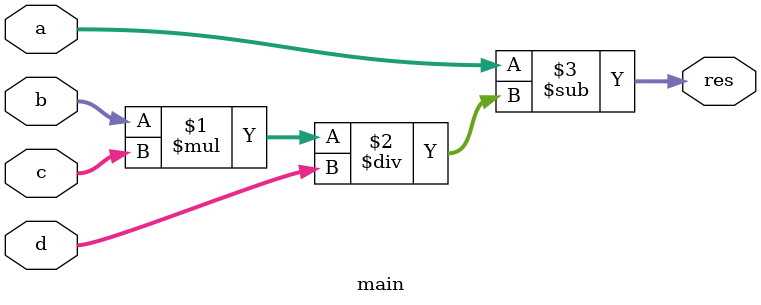
<source format=v>
module main(
    input signed [3:0] a,
    input signed [3:0] b,
    input signed [3:0] c,
    input signed [3:0] d,
    output signed [6:0] res
);

assign res = a - b * c / d;

    
endmodule


</source>
